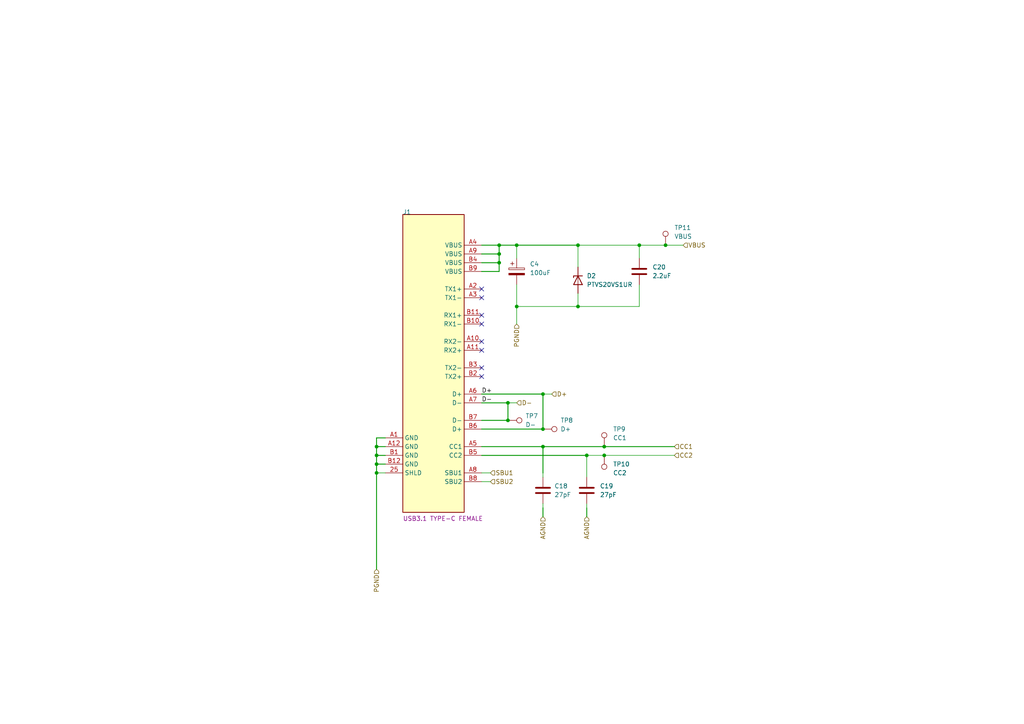
<source format=kicad_sch>
(kicad_sch (version 20211123) (generator eeschema)
  (paper "A4")
  (lib_symbols
    (symbol "Connector:TestPoint" (pin_numbers hide) (pin_names (offset 0.762) hide)
      (property "Reference" "TP" (at 0 6.858 0))
      (property "Value" "TestPoint" (at 0 5.08 0))
      (symbol "TestPoint_0_1"
        (circle (center 0 3.302) (radius 0.762))
      )
      (symbol "TestPoint_1_1"
        (pin passive line (at 0 0 90) (length 2.54) (name "1") (number "1"))
      )
    )
    (symbol "Device:C" (pin_numbers hide) (pin_names (offset 0.254))
      (property "Reference" "C" (at 0.635 2.54 0))
      (property "Value" "C" (at 0.635 -2.54 0))
      (symbol "C_0_1"
        (polyline (pts (xy -2.032 -0.762) (xy 2.032 -0.762)) (stroke (width 0.508)))
        (polyline (pts (xy -2.032 0.762) (xy 2.032 0.762)) (stroke (width 0.508)))
      )
      (symbol "C_1_1"
        (pin passive line (at 0 3.81 270) (length 2.794) (name "~") (number "1"))
        (pin passive line (at 0 -3.81 90) (length 2.794) (name "~") (number "2"))
      )
    )
    (symbol "Device:C_Polarized" (pin_numbers hide) (pin_names (offset 0.254))
      (property "Reference" "C" (at 0.635 2.54 0))
      (property "Value" "C_Polarized" (at 0.635 -2.54 0))
      (symbol "C_Polarized_0_1"
        (rectangle (start -2.286 0.508) (end 2.286 1.016))
        (polyline (pts (xy -1.778 2.286) (xy -0.762 2.286)))
        (polyline (pts (xy -1.27 2.794) (xy -1.27 1.778)))
        (rectangle (start 2.286 -0.508) (end -2.286 -1.016) (fill (type outline)))
      )
      (symbol "C_Polarized_1_1"
        (pin passive line (at 0 3.81 270) (length 2.794) (name "~") (number "1"))
        (pin passive line (at 0 -3.81 90) (length 2.794) (name "~") (number "2"))
      )
    )
    (symbol "Device:D_Zener" (pin_numbers hide) (pin_names (offset 1.016) hide)
      (property "Reference" "D" (at 0 2.54 0))
      (property "Value" "D_Zener" (at 0 -2.54 0))
      (symbol "D_Zener_0_1"
        (polyline (pts (xy 1.27 0) (xy -1.27 0)))
        (polyline (pts (xy -1.27 -1.27) (xy -1.27 1.27) (xy -0.762 1.27)) (stroke (width 0.254)))
        (polyline (pts (xy 1.27 -1.27) (xy 1.27 1.27) (xy -1.27 0) (xy 1.27 -1.27)) (stroke (width 0.254)))
      )
      (symbol "D_Zener_1_1"
        (pin passive line (at -3.81 0 0) (length 2.54) (name "K") (number "1"))
        (pin passive line (at 3.81 0 180) (length 2.54) (name "A") (number "2"))
      )
    )
    (symbol "Top-altium-import:0_mirrored_USBC_Receptacle_SMD_RA"
      (property "Value" "0_mirrored_USBC_Receptacle_SMD_RA" (at 0 0 0))
      (symbol "0_mirrored_USBC_Receptacle_SMD_RA_1_0"
        (rectangle (start 0 0) (end -17.78 -86.36) (stroke (width 0.254)) (fill (type background)))
        (pin passive line (at -22.86 -74.93 0) (length 5.08) (name "SHLD") (number "25"))
        (pin passive line (at -22.86 -64.77 0) (length 5.08) (name "GND") (number "A1"))
        (pin passive line (at 5.08 -36.83 180) (length 5.08) (name "RX2-") (number "A10"))
        (pin passive line (at 5.08 -39.37 180) (length 5.08) (name "RX2+") (number "A11"))
        (pin passive line (at -22.86 -67.31 0) (length 5.08) (name "GND") (number "A12"))
        (pin passive line (at 5.08 -21.59 180) (length 5.08) (name "TX1+") (number "A2"))
        (pin passive line (at 5.08 -24.13 180) (length 5.08) (name "TX1-") (number "A3"))
        (pin passive line (at 5.08 -8.89 180) (length 5.08) (name "VBUS") (number "A4"))
        (pin passive line (at 5.08 -67.31 180) (length 5.08) (name "CC1") (number "A5"))
        (pin passive line (at 5.08 -52.07 180) (length 5.08) (name "D+") (number "A6"))
        (pin passive line (at 5.08 -54.61 180) (length 5.08) (name "D-") (number "A7"))
        (pin passive line (at 5.08 -74.93 180) (length 5.08) (name "SBU1") (number "A8"))
        (pin passive line (at 5.08 -11.43 180) (length 5.08) (name "VBUS") (number "A9"))
        (pin passive line (at -22.86 -69.85 0) (length 5.08) (name "GND") (number "B1"))
        (pin passive line (at 5.08 -31.75 180) (length 5.08) (name "RX1-") (number "B10"))
        (pin passive line (at 5.08 -29.21 180) (length 5.08) (name "RX1+") (number "B11"))
        (pin passive line (at -22.86 -72.39 0) (length 5.08) (name "GND") (number "B12"))
        (pin passive line (at 5.08 -46.99 180) (length 5.08) (name "TX2+") (number "B2"))
        (pin passive line (at 5.08 -44.45 180) (length 5.08) (name "TX2-") (number "B3"))
        (pin passive line (at 5.08 -13.97 180) (length 5.08) (name "VBUS") (number "B4"))
        (pin passive line (at 5.08 -69.85 180) (length 5.08) (name "CC2") (number "B5"))
        (pin passive line (at 5.08 -62.23 180) (length 5.08) (name "D+") (number "B6"))
        (pin passive line (at 5.08 -59.69 180) (length 5.08) (name "D-") (number "B7"))
        (pin passive line (at 5.08 -77.47 180) (length 5.08) (name "SBU2") (number "B8"))
        (pin passive line (at 5.08 -16.51 180) (length 5.08) (name "VBUS") (number "B9"))
      )
    )
  )
  (junction (at 157.48 124.46))
  (junction (at 167.64 88.9))
  (junction (at 157.48 114.3))
  (junction (at 147.32 116.84))
  (junction (at 149.86 71.12))
  (junction (at 147.32 121.92))
  (junction (at 175.26 132.08))
  (junction (at 193.04 71.12))
  (junction (at 109.22 132.08))
  (junction (at 144.78 76.2))
  (junction (at 109.22 137.16))
  (junction (at 109.22 134.62))
  (junction (at 144.78 71.12))
  (junction (at 109.22 129.54))
  (junction (at 170.18 132.08))
  (junction (at 175.26 129.54))
  (junction (at 157.48 129.54))
  (junction (at 149.86 88.9))
  (junction (at 144.78 73.66))
  (junction (at 185.42 71.12))
  (junction (at 167.64 71.12))
  (no_connect (at 139.7 99.06))
  (no_connect (at 139.7 109.22))
  (no_connect (at 139.7 93.98))
  (no_connect (at 139.7 101.6))
  (no_connect (at 139.7 91.44))
  (no_connect (at 139.7 83.82))
  (no_connect (at 139.7 86.36))
  (no_connect (at 139.7 106.68))
  (wire (pts (xy 157.48 146.05) (xy 157.48 147.32)))
  (wire (pts (xy 147.32 116.84) (xy 139.7 116.84)) (stroke (width 0.254)))
  (wire (pts (xy 185.42 71.12) (xy 193.04 71.12)))
  (wire (pts (xy 144.78 76.2) (xy 144.78 73.66)) (stroke (width 0.254)))
  (wire (pts (xy 144.78 71.12) (xy 149.86 71.12)) (stroke (width 0.254)))
  (wire (pts (xy 109.22 132.08) (xy 109.22 134.62)) (stroke (width 0.254)))
  (wire (pts (xy 139.7 129.54) (xy 157.48 129.54)) (stroke (width 0.254)))
  (wire (pts (xy 149.86 71.12) (xy 149.86 74.93)))
  (wire (pts (xy 139.7 76.2) (xy 144.78 76.2)) (stroke (width 0.254)))
  (wire (pts (xy 170.18 146.05) (xy 170.18 147.32)))
  (wire (pts (xy 170.18 132.08) (xy 170.18 138.43)))
  (wire (pts (xy 157.48 114.3) (xy 160.02 114.3)))
  (wire (pts (xy 157.48 137.16) (xy 157.48 138.43)))
  (wire (pts (xy 167.64 88.9) (xy 149.86 88.9)))
  (wire (pts (xy 109.22 127) (xy 109.22 129.54)) (stroke (width 0.254)))
  (wire (pts (xy 175.26 129.54) (xy 195.58 129.54)) (stroke (width 0.254)))
  (wire (pts (xy 170.18 132.08) (xy 175.26 132.08)))
  (wire (pts (xy 144.78 71.12) (xy 139.7 71.12)) (stroke (width 0.254)))
  (wire (pts (xy 193.04 71.12) (xy 198.12 71.12)))
  (wire (pts (xy 139.7 132.08) (xy 170.18 132.08)) (stroke (width 0.254)))
  (wire (pts (xy 109.22 137.16) (xy 109.22 165.1)) (stroke (width 0.254)))
  (wire (pts (xy 111.76 127) (xy 109.22 127)) (stroke (width 0.254)))
  (wire (pts (xy 139.7 139.7) (xy 142.24 139.7)))
  (wire (pts (xy 139.7 73.66) (xy 144.78 73.66)) (stroke (width 0.254)))
  (wire (pts (xy 149.86 93.98) (xy 149.86 88.9)))
  (wire (pts (xy 109.22 134.62) (xy 109.22 137.16)) (stroke (width 0.254)))
  (wire (pts (xy 149.86 71.12) (xy 167.64 71.12)) (stroke (width 0.254)))
  (wire (pts (xy 149.86 82.55) (xy 149.86 88.9)))
  (wire (pts (xy 185.42 71.12) (xy 185.42 74.93)))
  (wire (pts (xy 167.64 71.12) (xy 185.42 71.12)))
  (wire (pts (xy 111.76 134.62) (xy 109.22 134.62)) (stroke (width 0.254)))
  (wire (pts (xy 109.22 129.54) (xy 109.22 132.08)) (stroke (width 0.254)))
  (wire (pts (xy 170.18 149.86) (xy 170.18 147.32)) (stroke (width 0.254)))
  (wire (pts (xy 157.48 137.16) (xy 157.48 129.54)) (stroke (width 0.254)))
  (wire (pts (xy 139.7 78.74) (xy 144.78 78.74)) (stroke (width 0.254)))
  (wire (pts (xy 147.32 116.84) (xy 149.86 116.84)))
  (wire (pts (xy 167.64 88.9) (xy 185.42 88.9)))
  (wire (pts (xy 147.32 121.92) (xy 147.32 116.84)) (stroke (width 0.254)))
  (wire (pts (xy 139.7 137.16) (xy 142.24 137.16)))
  (wire (pts (xy 157.48 129.54) (xy 175.26 129.54)) (stroke (width 0.254)))
  (wire (pts (xy 144.78 73.66) (xy 144.78 71.12)) (stroke (width 0.254)))
  (wire (pts (xy 175.26 132.08) (xy 195.58 132.08)))
  (wire (pts (xy 111.76 129.54) (xy 109.22 129.54)) (stroke (width 0.254)))
  (wire (pts (xy 167.64 71.12) (xy 167.64 77.47)))
  (wire (pts (xy 109.22 137.16) (xy 111.76 137.16)))
  (wire (pts (xy 139.7 124.46) (xy 157.48 124.46)) (stroke (width 0.254)))
  (wire (pts (xy 144.78 78.74) (xy 144.78 76.2)) (stroke (width 0.254)))
  (wire (pts (xy 185.42 82.55) (xy 185.42 88.9)))
  (wire (pts (xy 157.48 149.86) (xy 157.48 147.32)) (stroke (width 0.254)))
  (wire (pts (xy 157.48 114.3) (xy 139.7 114.3)) (stroke (width 0.254)))
  (wire (pts (xy 167.64 85.09) (xy 167.64 88.9)))
  (wire (pts (xy 157.48 124.46) (xy 157.48 114.3)) (stroke (width 0.254)))
  (wire (pts (xy 111.76 132.08) (xy 109.22 132.08)) (stroke (width 0.254)))
  (wire (pts (xy 139.7 121.92) (xy 147.32 121.92)) (stroke (width 0.254)))
  (label "D-" (at 139.7 116.84 0))
  (label "D+" (at 139.7 114.3 0))
  (hierarchical_label "AGND" (shape input) (at 170.18 149.86 270))
  (hierarchical_label "AGND" (shape input) (at 157.48 149.86 270))
  (hierarchical_label "PGND" (shape input) (at 109.22 165.1 270))
  (hierarchical_label "CC1" (shape input) (at 195.58 129.54 0))
  (hierarchical_label "CC2" (shape input) (at 195.58 132.08 0))
  (hierarchical_label "VBUS" (shape input) (at 198.12 71.12 0))
  (hierarchical_label "SBU2" (shape input) (at 142.24 139.7 0))
  (hierarchical_label "D-" (shape input) (at 149.86 116.84 0))
  (hierarchical_label "PGND" (shape input) (at 149.86 93.98 270))
  (hierarchical_label "D+" (shape input) (at 160.02 114.3 0))
  (hierarchical_label "SBU1" (shape input) (at 142.24 137.16 0))
  (symbol (lib_id "Device:C") (at 185.42 78.74 0) (unit 1)
    (property "Reference" "C20" (at 189.23 77.4699 0) (effects (justify left)))
    (property "Value" "2.2uF" (at 189.23 80.0099 0) (effects (justify left)))
  )
  (symbol (lib_id "Connector:TestPoint") (at 157.48 124.46 270) (unit 1)
    (property "Reference" "TP8" (at 162.56 121.92 90) (effects (justify left)))
    (property "Value" "D+" (at 162.56 124.46 90) (effects (justify left)))
  )
  (symbol (lib_id "Device:D_Zener") (at 167.64 81.28 90) (mirror x) (unit 1)
    (property "Reference" "D2" (at 170.18 80.0099 90) (effects (justify right)))
    (property "Value" "PTVS20VS1UR" (at 170.18 82.5499 90) (effects (justify right)))
  )
  (symbol (lib_id "Device:C_Polarized") (at 149.86 78.74 0) (unit 1)
    (property "Reference" "C4" (at 153.67 76.5809 0) (effects (justify left)))
    (property "Value" "100uF" (at 153.67 79.1209 0) (effects (justify left)))
  )
  (symbol (lib_id "Connector:TestPoint") (at 175.26 129.54 0) (unit 1)
    (property "Reference" "TP9" (at 177.8 124.46 0) (effects (justify left)))
    (property "Value" "CC1" (at 177.8 127 0) (effects (justify left)))
  )
  (symbol (lib_id "Device:C") (at 170.18 142.24 0) (unit 1)
    (property "Reference" "C19" (at 173.99 140.9699 0) (effects (justify left)))
    (property "Value" "27pF" (at 173.99 143.5099 0) (effects (justify left)))
    (property "Description" "50V" (effects hide))
  )
  (symbol (lib_id "Connector:TestPoint") (at 193.04 71.12 0) (unit 1)
    (property "Reference" "TP11" (at 195.58 66.04 0) (effects (justify left)))
    (property "Value" "VBUS" (at 195.58 68.58 0) (effects (justify left)))
  )
  (symbol (lib_id "Top-altium-import:0_mirrored_USBC_Receptacle_SMD_RA") (at 134.62 62.23 0) (unit 1)
    (property "Reference" "J1" (at 116.84 62.23 0) (effects (justify left bottom)))
    (property "Value" "USBC_Receptacle_SMD_RA" (effects hide))
    (property "Footprint" "AltiumImports:CON_USB3.1-C_RCPT_SMD_RA_ACP_12401610E4#2A" (effects hide))
    (property "MCHP-ID" "CON1809" (effects hide))
    (property "ALTIUM_VALUE" "USB3.1 TYPE-C FEMALE" (at 116.84 151.13 0) (effects (justify left bottom)))
    (property "REVISION" "1" (effects hide))
    (property "SYMBOL" "USBC_Receptacle_SMD_RA" (effects hide))
    (property "DESCRIPTION_" "CON USB3.1 TID TYPE-C Female SMD R/A" (effects hide))
    (property "STATUS" "MCL Design" (effects hide))
    (property "DEV TOOLS STATUS" "Production" (effects hide))
    (property "COMPONENTLINK1URL" "https://chn-vm-apps.microchip.com/mchprepo/parts/Datasheets/USBC-Receptacle-SMT-RA-Amphenol" (effects hide))
    (property "COMPONENTLINK1DESCRIPTION" "SVN Datasheet" (effects hide))
    (property "COMPONENTLINK2URL" "C~{:}ALTIUM_WOR~{K}00001_MCHP-CD~{B}Datasheet~{s}USBC-Receptacle-SMT-RA-Amphenol" (effects hide))
    (property "COMPONENTLINK2DESCRIPTION" "Local Datasheet" (effects hide))
    (property "COMPONENTLINK3URL" "C~{:}ALTIUM_WOR~{K}00001_MCHP-CD~{B}Librar~{y}LibraryRef~{s}USBC_Receptacle_SMD_RA.SchLib" (effects hide))
    (property "COMPONENTLINK3DESCRIPTION" "Open Symbol" (effects hide))
    (property "COMPONENTLINK4URL" "C~{:}ALTIUM_WOR~{K}00001_MCHP-CD~{B}Librar~{y}Footprint~{s}CON_USB3.1-C_RCPT_SMD_RA_ACP_12401610E4#2A.PcbLib" (effects hide))
    (property "COMPONENTLINK4DESCRIPTION" "Open Footprint" (effects hide))
    (property "COMPONENTLINK5DESCRIPTION" "Open Footprint 2" (effects hide))
    (property "COMPONENTLINK6DESCRIPTION" "Open Footprint 3" (effects hide))
    (property "COMPONENTLINK7DESCRIPTION" "Open Footprint 4" (effects hide))
    (property "TYPE" "USB" (effects hide))
    (property "CATEGORY" "Connector" (effects hide))
    (property "OWNER" "Jennifer Hancock" (effects hide))
    (property "CURRENT" "5A" (effects hide))
    (property "MANUFACTURER 1" "Amphenol Commercial Products" (effects hide))
    (property "MANUFACTURER PART NUMBER 1" "12401610E4#2A" (effects hide))
    (property "SUPPLIER 1" "Digi-Key" (effects hide))
    (property "SUPPLIER PART NUMBER 1" "12401610E4#2ACT-ND" (effects hide))
    (property "CUSTOM PARAMETERS" "TID=5200000514,UNG=Approved" (effects hide))
    (property "POPULATED" "YES" (effects hide))
    (property "QUANTITY OVERRIDE" "1" (effects hide))
  )
  (symbol (lib_id "Connector:TestPoint") (at 147.32 121.92 270) (unit 1)
    (property "Reference" "TP7" (at 152.4 120.6499 90) (effects (justify left)))
    (property "Value" "D-" (at 152.4 123.1899 90) (effects (justify left)))
  )
  (symbol (lib_id "Connector:TestPoint") (at 175.26 132.08 180) (unit 1)
    (property "Reference" "TP10" (at 177.8 134.62 0) (effects (justify right)))
    (property "Value" "CC2" (at 177.8 137.16 0) (effects (justify right)))
  )
  (symbol (lib_id "Device:C") (at 157.48 142.24 0) (unit 1)
    (property "Reference" "C18" (at 160.782 140.97 0) (effects (justify left)))
    (property "Value" "27pF" (at 160.782 143.51 0) (effects (justify left)))
    (property "Description" "50V" (effects hide))
  )
)
</source>
